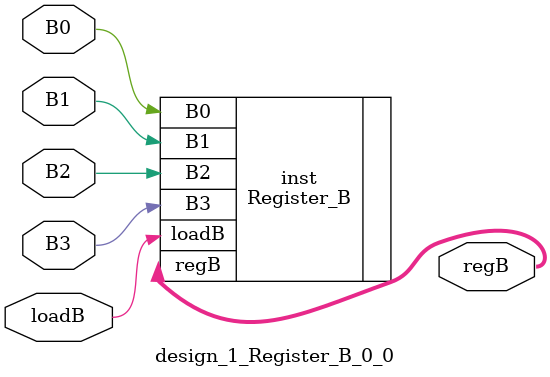
<source format=v>



// IP VLNV: xilinx.com:module_ref:Register_B:1.0
// IP Revision: 1

`timescale 1ns/1ps

(* IP_DEFINITION_SOURCE = "module_ref" *)
(* DowngradeIPIdentifiedWarnings = "yes" *)
module design_1_Register_B_0_0 (
  B0,
  B1,
  B2,
  B3,
  loadB,
  regB
);

input wire B0;
input wire B1;
input wire B2;
input wire B3;
input wire loadB;
output wire [3 : 0] regB;

  Register_B inst (
    .B0(B0),
    .B1(B1),
    .B2(B2),
    .B3(B3),
    .loadB(loadB),
    .regB(regB)
  );
endmodule

</source>
